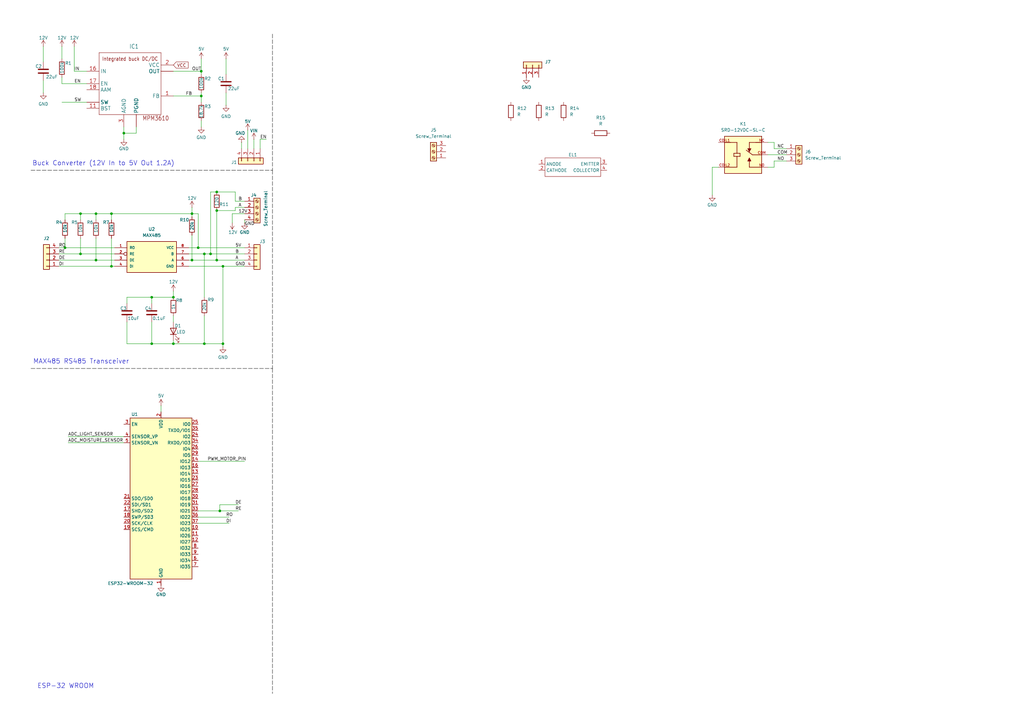
<source format=kicad_sch>
(kicad_sch (version 20250114) (generator "eeschema") (generator_version "9.0")
  (paper "A3")
  (title_block (title "Plant Partner PCB") (date "2025-11-04") (company "Team: Fernando Amado-Pupo, Aspen Boler, Nicholas Cimino, Carter Kreis, Sabrina Luu") (comment 1 "PCB Lead Design: Carter Kreis"))
  (lib_symbols
    (symbol "12V_Relay:EL354(TA)"
      (property "Reference" "EL354" (at -0.254 4.064 0))
      (symbol "EL354(TA)_0_1"
        (rectangle (start -11.43 6.35) (end 11.43 -1.27))
      )
      (symbol "EL354(TA)_1_1"
        (pin passive line (at -13.97 3.81 0) (length 2.54) (name "ANODE") (number "1"))
        (pin passive line (at -13.97 1.27 0) (length 2.54) (name "CATHODE") (number "2"))
        (pin passive line (at 13.97 3.81 180) (length 2.54) (name "EMITTER") (number "3"))
        (pin passive line (at 13.97 1.27 180) (length 2.54) (name "COLLECTOR") (number "4"))
      )
    )
    (symbol "BuckConverterModules:MPM3610"
      (property "Reference" "IC1" (at -12.7 -15.24 0))
      (symbol "MPM3610_1_0"
        (polyline (pts (xy -12.7 12.7) (xy -12.7 -12.7)) (stroke (width 0.1524)))
        (polyline (pts (xy -12.7 -12.7) (xy 12.7 -12.7)) (stroke (width 0.1524)))
        (polyline (pts (xy 12.7 12.7) (xy -12.7 12.7)) (stroke (width 0.1524)))
        (polyline (pts (xy 12.7 -12.7) (xy 12.7 12.7)) (stroke (width 0.1524)))
        (text "Integrated buck DC/DC" (at 0 10.16 0) (effects (font (size 1.524 1.2954))))
        (text "MPM3610" (at 5.08 -15.24 0) (effects (font (size 1.778 1.5113)) (justify left bottom)))
        (pin power_in line (at -17.78 5.08 0) (length 5.08) (name "IN") (number "16"))
        (pin input line (at -17.78 0 0) (length 5.08) (name "EN") (number "17"))
        (pin input line (at -17.78 -2.54 0) (length 5.08) (name "AAM") (number "18"))
        (pin passive line (at -17.78 -7.62 0) (length 5.08) (name "SW") (number "4"))
        (pin passive line (at -17.78 -7.62 0) (length 5.08) (name "SW") (number "5"))
        (pin passive line (at -17.78 -7.62 0) (length 5.08) (name "SW") (number "6"))
        (pin passive line (at -17.78 -10.16 0) (length 5.08) (name "BST") (number "11"))
        (pin power_in line (at -2.54 -17.78 90) (length 5.08) (name "AGND") (number "3"))
        (pin power_in line (at 2.54 -17.78 90) (length 5.08) (name "PGND") (number "12"))
        (pin power_in line (at 2.54 -17.78 90) (length 5.08) (name "PGND") (number "13"))
        (pin power_in line (at 2.54 -17.78 90) (length 5.08) (name "PGND") (number "14"))
        (pin power_in line (at 17.78 7.62 180) (length 5.08) (name "VCC") (number "2"))
        (pin power_in line (at 17.78 5.08 180) (length 5.08) (name "OUT") (number "7"))
        (pin power_in line (at 17.78 5.08 180) (length 5.08) (name "OUT") (number "8"))
        (pin power_in line (at 17.78 5.08 180) (length 5.08) (name "OUT") (number "9"))
        (pin input line (at 17.78 -5.08 180) (length 5.08) (name "FB") (number "1"))
      )
    )
    (symbol "Connector:Screw_Terminal_01x03" (pin_names (offset 1.016) (hide yes))
      (property "Reference" "J" (at 0 5.08 0))
      (property "Value" "Screw_Terminal_01x03" (at 0 -5.08 0))
      (symbol "Screw_Terminal_01x03_1_1"
        (rectangle (start -1.27 3.81) (end 1.27 -3.81) (stroke (width 0.254)) (fill (type background)))
        (polyline (pts (xy -0.5334 2.8702) (xy 0.3302 2.032)) (stroke (width 0.1524)))
        (polyline (pts (xy -0.5334 0.3302) (xy 0.3302 -0.508)) (stroke (width 0.1524)))
        (polyline (pts (xy -0.5334 -2.2098) (xy 0.3302 -3.048)) (stroke (width 0.1524)))
        (polyline (pts (xy -0.3556 3.048) (xy 0.508 2.2098)) (stroke (width 0.1524)))
        (polyline (pts (xy -0.3556 0.508) (xy 0.508 -0.3302)) (stroke (width 0.1524)))
        (polyline (pts (xy -0.3556 -2.032) (xy 0.508 -2.8702)) (stroke (width 0.1524)))
        (circle (center 0 2.54) (radius 0.635) (stroke (width 0.1524)))
        (circle (center 0 0) (radius 0.635) (stroke (width 0.1524)))
        (circle (center 0 -2.54) (radius 0.635) (stroke (width 0.1524)))
        (pin passive line (at -5.08 2.54 0) (length 3.81) (name "Pin_1") (number "1"))
        (pin passive line (at -5.08 0 0) (length 3.81) (name "Pin_2") (number "2"))
        (pin passive line (at -5.08 -2.54 0) (length 3.81) (name "Pin_3") (number "3"))
      )
    )
    (symbol "Connector:Screw_Terminal_01x04" (pin_names (offset 1.016) (hide yes))
      (property "Reference" "J" (at 0 5.08 0))
      (property "Value" "Screw_Terminal_01x04" (at 0 -7.62 0))
      (symbol "Screw_Terminal_01x04_1_1"
        (rectangle (start -1.27 3.81) (end 1.27 -6.35) (stroke (width 0.254)) (fill (type background)))
        (polyline (pts (xy -0.5334 2.8702) (xy 0.3302 2.032)) (stroke (width 0.1524)))
        (polyline (pts (xy -0.5334 0.3302) (xy 0.3302 -0.508)) (stroke (width 0.1524)))
        (polyline (pts (xy -0.5334 -2.2098) (xy 0.3302 -3.048)) (stroke (width 0.1524)))
        (polyline (pts (xy -0.5334 -4.7498) (xy 0.3302 -5.588)) (stroke (width 0.1524)))
        (polyline (pts (xy -0.3556 3.048) (xy 0.508 2.2098)) (stroke (width 0.1524)))
        (polyline (pts (xy -0.3556 0.508) (xy 0.508 -0.3302)) (stroke (width 0.1524)))
        (polyline (pts (xy -0.3556 -2.032) (xy 0.508 -2.8702)) (stroke (width 0.1524)))
        (polyline (pts (xy -0.3556 -4.572) (xy 0.508 -5.4102)) (stroke (width 0.1524)))
        (circle (center 0 2.54) (radius 0.635) (stroke (width 0.1524)))
        (circle (center 0 0) (radius 0.635) (stroke (width 0.1524)))
        (circle (center 0 -2.54) (radius 0.635) (stroke (width 0.1524)))
        (circle (center 0 -5.08) (radius 0.635) (stroke (width 0.1524)))
        (pin passive line (at -5.08 2.54 0) (length 3.81) (name "Pin_1") (number "1"))
        (pin passive line (at -5.08 0 0) (length 3.81) (name "Pin_2") (number "2"))
        (pin passive line (at -5.08 -2.54 0) (length 3.81) (name "Pin_3") (number "3"))
        (pin passive line (at -5.08 -5.08 0) (length 3.81) (name "Pin_4") (number "4"))
      )
    )
    (symbol "Connector_Generic:Conn_01x03" (pin_names (offset 1.016) (hide yes))
      (property "Reference" "J" (at 0 5.08 0))
      (property "Value" "Conn_01x03" (at 0 -5.08 0))
      (symbol "Conn_01x03_1_1"
        (rectangle (start -1.27 3.81) (end 1.27 -3.81) (stroke (width 0.254)) (fill (type background)))
        (rectangle (start -1.27 2.667) (end 0 2.413) (stroke (width 0.1524)))
        (rectangle (start -1.27 0.127) (end 0 -0.127) (stroke (width 0.1524)))
        (rectangle (start -1.27 -2.413) (end 0 -2.667) (stroke (width 0.1524)))
        (pin passive line (at -5.08 2.54 0) (length 3.81) (name "Pin_1") (number "1"))
        (pin passive line (at -5.08 0 0) (length 3.81) (name "Pin_2") (number "2"))
        (pin passive line (at -5.08 -2.54 0) (length 3.81) (name "Pin_3") (number "3"))
      )
    )
    (symbol "Connector_Generic:Conn_01x04" (pin_names (offset 1.016) (hide yes))
      (property "Reference" "J" (at 0 5.08 0))
      (property "Value" "Conn_01x04" (at 0 -7.62 0))
      (symbol "Conn_01x04_1_1"
        (rectangle (start -1.27 3.81) (end 1.27 -6.35) (stroke (width 0.254)) (fill (type background)))
        (rectangle (start -1.27 2.667) (end 0 2.413) (stroke (width 0.1524)))
        (rectangle (start -1.27 0.127) (end 0 -0.127) (stroke (width 0.1524)))
        (rectangle (start -1.27 -2.413) (end 0 -2.667) (stroke (width 0.1524)))
        (rectangle (start -1.27 -4.953) (end 0 -5.207) (stroke (width 0.1524)))
        (pin passive line (at -5.08 2.54 0) (length 3.81) (name "Pin_1") (number "1"))
        (pin passive line (at -5.08 0 0) (length 3.81) (name "Pin_2") (number "2"))
        (pin passive line (at -5.08 -2.54 0) (length 3.81) (name "Pin_3") (number "3"))
        (pin passive line (at -5.08 -5.08 0) (length 3.81) (name "Pin_4") (number "4"))
      )
    )
    (symbol "Device:C" (pin_numbers (hide yes)) (pin_names (offset 0.254))
      (property "Reference" "C" (at 0.635 2.54 0))
      (property "Value" "C" (at 0.635 -2.54 0))
      (symbol "C_0_1"
        (polyline (pts (xy -2.032 0.762) (xy 2.032 0.762)) (stroke (width 0.508)))
        (polyline (pts (xy -2.032 -0.762) (xy 2.032 -0.762)) (stroke (width 0.508)))
      )
      (symbol "C_1_1"
        (pin passive line (at 0 3.81 270) (length 2.794) (name "~") (number "1"))
        (pin passive line (at 0 -3.81 90) (length 2.794) (name "~") (number "2"))
      )
    )
    (symbol "Device:LED" (pin_numbers (hide yes)) (pin_names (offset 1.016) (hide yes))
      (property "Reference" "D" (at 0 2.54 0))
      (property "Value" "LED" (at 0 -2.54 0))
      (symbol "LED_0_1"
        (polyline (pts (xy -3.048 -0.762) (xy -4.572 -2.286) (xy -3.81 -2.286) (xy -4.572 -2.286) (xy -4.572 -1.524)))
        (polyline (pts (xy -1.778 -0.762) (xy -3.302 -2.286) (xy -2.54 -2.286) (xy -3.302 -2.286) (xy -3.302 -1.524)))
        (polyline (pts (xy -1.27 0) (xy 1.27 0)))
        (polyline (pts (xy -1.27 -1.27) (xy -1.27 1.27)) (stroke (width 0.254)))
        (polyline (pts (xy 1.27 -1.27) (xy 1.27 1.27) (xy -1.27 0) (xy 1.27 -1.27)) (stroke (width 0.254)))
      )
      (symbol "LED_1_1"
        (pin passive line (at -3.81 0 0) (length 2.54) (name "K") (number "1"))
        (pin passive line (at 3.81 0 180) (length 2.54) (name "A") (number "2"))
      )
    )
    (symbol "Device:R" (pin_numbers (hide yes)) (pin_names (offset 0))
      (property "Reference" "R" (at 2.032 0 90))
      (property "Value" "R" (at 0 0 90))
      (symbol "R_0_1"
        (rectangle (start -1.016 -2.54) (end 1.016 2.54) (stroke (width 0.254)))
      )
      (symbol "R_1_1"
        (pin passive line (at 0 3.81 270) (length 1.27) (name "~") (number "1"))
        (pin passive line (at 0 -3.81 90) (length 1.27) (name "~") (number "2"))
      )
    )
    (symbol "MAX485:MAX485" (pin_names (offset 1.016))
      (property "Reference" "U" (at -10.1786 7.634 0))
      (property "Value" "MAX485" (at -10.1702 -7.6276 0))
      (symbol "MAX485_0_0"
        (rectangle (start -10.16 7.62) (end 10.16 -5.08) (stroke (width 0.254)) (fill (type background)))
        (pin bidirectional line (at -15.24 5.08 0) (length 5.08) (name "RO") (number "1"))
        (pin bidirectional inverted (at -15.24 2.54 0) (length 5.08) (name "RE") (number "2"))
        (pin bidirectional line (at -15.24 0 0) (length 5.08) (name "DE") (number "3"))
        (pin bidirectional line (at -15.24 -2.54 0) (length 5.08) (name "DI") (number "4"))
        (pin bidirectional line (at 15.24 5.08 180) (length 5.08) (name "VCC") (number "8"))
        (pin bidirectional line (at 15.24 2.54 180) (length 5.08) (name "B") (number "7"))
        (pin bidirectional line (at 15.24 0 180) (length 5.08) (name "A") (number "6"))
        (pin bidirectional line (at 15.24 -2.54 180) (length 5.08) (name "GND") (number "5"))
      )
    )
    (symbol "RF_Module:ESP32-WROOM-32"
      (property "Reference" "U" (at -12.7 34.29 0))
      (property "Value" "ESP32-WROOM-32" (at 1.27 34.29 0))
      (symbol "ESP32-WROOM-32_0_1"
        (rectangle (start -12.7 33.02) (end 12.7 -33.02) (stroke (width 0.254)) (fill (type background)))
      )
      (symbol "ESP32-WROOM-32_1_1"
        (pin input line (at -15.24 30.48 0) (length 2.54) (name "EN") (number "3"))
        (pin input line (at -15.24 25.4 0) (length 2.54) (name "SENSOR_VP") (number "4"))
        (pin input line (at -15.24 22.86 0) (length 2.54) (name "SENSOR_VN") (number "5"))
        (pin bidirectional line (at -15.24 0 0) (length 2.54) (name "SDO/SD0") (number "21"))
        (pin bidirectional line (at -15.24 -2.54 0) (length 2.54) (name "SDI/SD1") (number "22"))
        (pin bidirectional line (at -15.24 -5.08 0) (length 2.54) (name "SHD/SD2") (number "17"))
        (pin bidirectional line (at -15.24 -7.62 0) (length 2.54) (name "SWP/SD3") (number "18"))
        (pin bidirectional line (at -15.24 -10.16 0) (length 2.54) (name "SCK/CLK") (number "20"))
        (pin bidirectional line (at -15.24 -12.7 0) (length 2.54) (name "SCS/CMD") (number "19"))
        (pin no_connect line (at -12.7 -27.94 0) (length 2.54) (hide yes) (name "NC") (number "32"))
        (pin power_in line (at 0 35.56 270) (length 2.54) (name "VDD") (number "2"))
        (pin power_in line (at 0 -35.56 90) (length 2.54) (name "GND") (number "1"))
        (pin passive line (at 0 -35.56 90) (length 2.54) (hide yes) (name "GND") (number "15"))
        (pin passive line (at 0 -35.56 90) (length 2.54) (hide yes) (name "GND") (number "38"))
        (pin passive line (at 0 -35.56 90) (length 2.54) (hide yes) (name "GND") (number "39"))
        (pin bidirectional line (at 15.24 30.48 180) (length 2.54) (name "IO0") (number "25"))
        (pin bidirectional line (at 15.24 27.94 180) (length 2.54) (name "TXD0/IO1") (number "35"))
        (pin bidirectional line (at 15.24 25.4 180) (length 2.54) (name "IO2") (number "24"))
        (pin bidirectional line (at 15.24 22.86 180) (length 2.54) (name "RXD0/IO3") (number "34"))
        (pin bidirectional line (at 15.24 20.32 180) (length 2.54) (name "IO4") (number "26"))
        (pin bidirectional line (at 15.24 17.78 180) (length 2.54) (name "IO5") (number "29"))
        (pin bidirectional line (at 15.24 15.24 180) (length 2.54) (name "IO12") (number "14"))
        (pin bidirectional line (at 15.24 12.7 180) (length 2.54) (name "IO13") (number "16"))
        (pin bidirectional line (at 15.24 10.16 180) (length 2.54) (name "IO14") (number "13"))
        (pin bidirectional line (at 15.24 7.62 180) (length 2.54) (name "IO15") (number "23"))
        (pin bidirectional line (at 15.24 5.08 180) (length 2.54) (name "IO16") (number "27"))
        (pin bidirectional line (at 15.24 2.54 180) (length 2.54) (name "IO17") (number "28"))
        (pin bidirectional line (at 15.24 0 180) (length 2.54) (name "IO18") (number "30"))
        (pin bidirectional line (at 15.24 -2.54 180) (length 2.54) (name "IO19") (number "31"))
        (pin bidirectional line (at 15.24 -5.08 180) (length 2.54) (name "IO21") (number "33"))
        (pin bidirectional line (at 15.24 -7.62 180) (length 2.54) (name "IO22") (number "36"))
        (pin bidirectional line (at 15.24 -10.16 180) (length 2.54) (name "IO23") (number "37"))
        (pin bidirectional line (at 15.24 -12.7 180) (length 2.54) (name "IO25") (number "10"))
        (pin bidirectional line (at 15.24 -15.24 180) (length 2.54) (name "IO26") (number "11"))
        (pin bidirectional line (at 15.24 -17.78 180) (length 2.54) (name "IO27") (number "12"))
        (pin bidirectional line (at 15.24 -20.32 180) (length 2.54) (name "IO32") (number "8"))
        (pin bidirectional line (at 15.24 -22.86 180) (length 2.54) (name "IO33") (number "9"))
        (pin input line (at 15.24 -25.4 180) (length 2.54) (name "IO34") (number "6"))
        (pin input line (at 15.24 -27.94 180) (length 2.54) (name "IO35") (number "7"))
      )
    )
    (symbol "SRD-12VDC-SL-C:SRD-12VDC-SL-C" (pin_names (offset 1.016))
      (property "Reference" "K" (at -7.62 8.89 0))
      (property "Value" "SRD-12VDC-SL-C" (at -7.62 -10.16 0))
      (symbol "SRD-12VDC-SL-C_0_0"
        (polyline (pts (xy -7.62 5.08) (xy -2.54 5.08)) (stroke (width 0.254)))
        (polyline (pts (xy -7.62 -5.08) (xy -2.54 -5.08)) (stroke (width 0.254)))
        (rectangle (start -7.62 -7.62) (end 7.62 7.62) (stroke (width 0.254)) (fill (type background)))
        (polyline (pts (xy -3.81 0.635) (xy -2.54 0.635)) (stroke (width 0.254)))
        (polyline (pts (xy -3.81 -0.635) (xy -3.81 0.635)) (stroke (width 0.254)))
        (polyline (pts (xy -2.54 5.08) (xy -2.54 0.635)) (stroke (width 0.254)))
        (polyline (pts (xy -2.54 0.635) (xy -1.27 0.635)) (stroke (width 0.254)))
        (polyline (pts (xy -2.54 -0.635) (xy -3.81 -0.635)) (stroke (width 0.254)))
        (polyline (pts (xy -2.54 -0.635) (xy -2.54 -5.08)) (stroke (width 0.254)))
        (polyline (pts (xy -1.27 0.635) (xy -1.27 -0.635)) (stroke (width 0.254)))
        (polyline (pts (xy -1.27 -0.635) (xy -2.54 -0.635)) (stroke (width 0.254)))
        (polyline (pts (xy 1.905 -2.54) (xy 3.175 -2.54) (xy 2.54 -1.27) (xy 1.905 -2.54)) (stroke (width 0.254)) (fill (type outline)))
        (polyline (pts (xy 2.54 5.08) (xy 2.54 2.54)) (stroke (width 0.254)))
        (polyline (pts (xy 2.54 5.08) (xy 7.62 5.08)) (stroke (width 0.254)))
        (polyline (pts (xy 2.54 -5.08) (xy 2.54 -2.54)) (stroke (width 0.254)))
        (polyline (pts (xy 3.175 2.54) (xy 1.905 2.54) (xy 2.54 1.27) (xy 3.175 2.54)) (stroke (width 0.254)) (fill (type outline)))
        (polyline (pts (xy 3.81 0) (xy 1.27 1.905)) (stroke (width 0.254)))
        (polyline (pts (xy 7.62 0) (xy 3.81 0)) (stroke (width 0.254)))
        (polyline (pts (xy 7.62 -5.08) (xy 2.54 -5.08)) (stroke (width 0.254)))
        (pin passive line (at -10.16 5.08 0) (length 5.08) (name "~") (number "COIL1"))
        (pin passive line (at -10.16 -5.08 0) (length 5.08) (name "~") (number "COIL2"))
        (pin passive line (at 10.16 5.08 180) (length 5.08) (name "~") (number "NC"))
        (pin passive line (at 10.16 0 180) (length 5.08) (name "~") (number "COM"))
        (pin passive line (at 10.16 -5.08 180) (length 5.08) (name "~") (number "NO"))
      )
    )
    (symbol "power:GND" (power) (pin_numbers (hide yes)) (pin_names (offset 0) (hide yes))
      (property "Value" "GND" (at 0 -3.81 0))
      (symbol "GND_0_1"
        (polyline (pts (xy 0 0) (xy 0 -1.27) (xy 1.27 -1.27) (xy 0 -2.54) (xy -1.27 -1.27) (xy 0 -1.27)))
      )
      (symbol "GND_1_1"
        (pin power_in line (at 0 0 270) (length 0) (name "~") (number "1"))
      )
    )
    (symbol "power:VCC" (power) (pin_numbers (hide yes)) (pin_names (offset 0) (hide yes))
      (property "Value" "VCC" (at 0 3.556 0))
      (symbol "VCC_0_1"
        (polyline (pts (xy -0.762 1.27) (xy 0 2.54)))
        (polyline (pts (xy 0 2.54) (xy 0.762 1.27)))
        (polyline (pts (xy 0 0) (xy 0 2.54)))
      )
      (symbol "VCC_1_1"
        (pin power_in line (at 0 0 90) (length 0) (name "~") (number "1"))
      )
    )
  )
  (text "Buck Converter (12V In to 5V Out 1.2A)" (at 42.418 67.056 0) (effects (font (size 1.905 1.905))))
  (text "ESP-32 WROOM \n" (at 27.686 281.432 0) (effects (font (size 1.905 1.905))))
  (text "MAX485 RS485 Transceiver\n" (at 33.274 148.336 0) (effects (font (size 1.905 1.905))))
  (junction (at 62.23 121.92))
  (junction (at 81.28 101.6))
  (junction (at 82.55 29.21))
  (junction (at 71.12 140.97))
  (junction (at 33.02 104.14))
  (junction (at 71.12 121.92))
  (junction (at 82.55 39.37))
  (junction (at 78.74 106.68))
  (junction (at 39.37 106.68))
  (junction (at 26.67 101.6))
  (junction (at 45.72 87.63))
  (junction (at 88.9 78.74))
  (junction (at 45.72 109.22))
  (junction (at 90.17 209.55))
  (junction (at 88.9 86.36))
  (junction (at 91.44 109.22))
  (junction (at 62.23 140.97))
  (junction (at 78.74 87.63))
  (junction (at 83.82 140.97))
  (junction (at 86.36 104.14))
  (junction (at 83.82 104.14))
  (junction (at 50.8 54.61))
  (junction (at 91.44 140.97))
  (junction (at 39.37 87.63))
  (junction (at 88.9 106.68))
  (junction (at 33.02 87.63))
  (wire (pts (xy 314.96 68.58) (xy 317.5 68.58)))
  (wire (pts (xy 71.12 139.7) (xy 71.12 140.97)))
  (wire (pts (xy 82.55 49.53) (xy 82.55 52.07)))
  (wire (pts (xy 81.28 101.6) (xy 100.33 101.6)))
  (wire (pts (xy 35.56 29.21) (xy 30.48 29.21)))
  (wire (pts (xy 62.23 140.97) (xy 71.12 140.97)))
  (wire (pts (xy 91.44 109.22) (xy 91.44 140.97)))
  (wire (pts (xy 33.02 87.63) (xy 39.37 87.63)))
  (wire (pts (xy 45.72 87.63) (xy 78.74 87.63)))
  (wire (pts (xy 91.44 140.97) (xy 83.82 140.97)))
  (wire (pts (xy 24.13 104.14) (xy 33.02 104.14)))
  (wire (pts (xy 81.28 214.63) (xy 93.98 214.63)))
  (wire (pts (xy 33.02 97.79) (xy 33.02 104.14)))
  (wire (pts (xy 26.67 90.17) (xy 26.67 87.63)))
  (wire (pts (xy 27.94 181.61) (xy 50.8 181.61)))
  (wire (pts (xy 24.13 109.22) (xy 45.72 109.22)))
  (wire (pts (xy 50.8 54.61) (xy 50.8 57.15)))
  (wire (pts (xy 78.74 96.52) (xy 78.74 106.68)))
  (wire (pts (xy 91.44 140.97) (xy 91.44 142.24)))
  (wire (pts (xy 66.04 166.37) (xy 66.04 168.91)))
  (wire (pts (xy 294.64 68.58) (xy 292.1 68.58)))
  (wire (pts (xy 26.67 101.6) (xy 46.99 101.6)))
  (polyline (pts (xy 12.7 151.13) (xy 111.76 151.13)) (stroke (width 0) (type dash) (color 0 0 0 1)))
  (wire (pts (xy 317.5 58.42) (xy 314.96 58.42)))
  (wire (pts (xy 86.36 78.74) (xy 86.36 104.14)))
  (wire (pts (xy 39.37 97.79) (xy 39.37 106.68)))
  (wire (pts (xy 90.17 209.55) (xy 90.17 207.01)))
  (wire (pts (xy 25.4 31.75) (xy 25.4 34.29)))
  (wire (pts (xy 30.48 19.05) (xy 30.48 29.21)))
  (wire (pts (xy 82.55 29.21) (xy 82.55 30.48)))
  (wire (pts (xy 96.52 85.09) (xy 96.52 86.36)))
  (wire (pts (xy 55.88 52.07) (xy 55.88 54.61)))
  (wire (pts (xy 292.1 68.58) (xy 292.1 80.01)))
  (wire (pts (xy 91.44 109.22) (xy 100.33 109.22)))
  (polyline (pts (xy 12.7 69.85) (xy 111.76 69.85)) (stroke (width 0) (type dash) (color 0 0 0 1)))
  (wire (pts (xy 86.36 104.14) (xy 100.33 104.14)))
  (wire (pts (xy 77.47 106.68) (xy 78.74 106.68)))
  (wire (pts (xy 52.07 140.97) (xy 62.23 140.97)))
  (wire (pts (xy 317.5 60.96) (xy 317.5 58.42)))
  (wire (pts (xy 45.72 97.79) (xy 45.72 109.22)))
  (wire (pts (xy 92.71 24.13) (xy 92.71 30.48)))
  (wire (pts (xy 81.28 209.55) (xy 90.17 209.55)))
  (wire (pts (xy 26.67 97.79) (xy 26.67 101.6)))
  (wire (pts (xy 83.82 104.14) (xy 86.36 104.14)))
  (wire (pts (xy 17.78 19.05) (xy 17.78 25.4)))
  (wire (pts (xy 62.23 140.97) (xy 62.23 132.08)))
  (wire (pts (xy 52.07 124.46) (xy 52.07 121.92)))
  (wire (pts (xy 71.12 29.21) (xy 82.55 29.21)))
  (wire (pts (xy 71.12 119.38) (xy 71.12 121.92)))
  (wire (pts (xy 39.37 87.63) (xy 39.37 90.17)))
  (polyline (pts (xy 111.76 151.13) (xy 111.76 284.48)) (stroke (width 0) (type dash) (color 0 0 0 1)))
  (wire (pts (xy 71.12 39.37) (xy 82.55 39.37)))
  (wire (pts (xy 78.74 85.09) (xy 78.74 87.63)))
  (wire (pts (xy 77.47 101.6) (xy 81.28 101.6)))
  (wire (pts (xy 81.28 212.09) (xy 93.98 212.09)))
  (wire (pts (xy 26.67 87.63) (xy 33.02 87.63)))
  (wire (pts (xy 24.13 101.6) (xy 26.67 101.6)))
  (wire (pts (xy 104.14 57.15) (xy 104.14 60.96)))
  (wire (pts (xy 71.12 140.97) (xy 83.82 140.97)))
  (wire (pts (xy 90.17 207.01) (xy 97.79 207.01)))
  (wire (pts (xy 88.9 86.36) (xy 88.9 106.68)))
  (polyline (pts (xy 111.76 69.85) (xy 111.76 151.13)) (stroke (width 0) (type dash) (color 0 0 0 1)))
  (wire (pts (xy 52.07 121.92) (xy 62.23 121.92)))
  (wire (pts (xy 106.68 60.96) (xy 106.68 57.15)))
  (wire (pts (xy 82.55 24.13) (xy 82.55 29.21)))
  (wire (pts (xy 96.52 78.74) (xy 96.52 82.55)))
  (wire (pts (xy 106.68 57.15) (xy 109.22 57.15)))
  (wire (pts (xy 24.13 106.68) (xy 39.37 106.68)))
  (wire (pts (xy 62.23 121.92) (xy 71.12 121.92)))
  (wire (pts (xy 100.33 87.63) (xy 95.25 87.63)))
  (wire (pts (xy 88.9 78.74) (xy 96.52 78.74)))
  (wire (pts (xy 83.82 104.14) (xy 83.82 121.92)))
  (wire (pts (xy 88.9 78.74) (xy 86.36 78.74)))
  (wire (pts (xy 322.58 60.96) (xy 317.5 60.96)))
  (wire (pts (xy 78.74 87.63) (xy 78.74 88.9)))
  (wire (pts (xy 33.02 87.63) (xy 33.02 90.17)))
  (wire (pts (xy 100.33 85.09) (xy 96.52 85.09)))
  (wire (pts (xy 92.71 38.1) (xy 92.71 43.18)))
  (wire (pts (xy 45.72 87.63) (xy 45.72 90.17)))
  (wire (pts (xy 95.25 87.63) (xy 95.25 91.44)))
  (wire (pts (xy 78.74 87.63) (xy 81.28 87.63)))
  (wire (pts (xy 33.02 104.14) (xy 46.99 104.14)))
  (wire (pts (xy 90.17 209.55) (xy 97.79 209.55)))
  (wire (pts (xy 81.28 87.63) (xy 81.28 101.6)))
  (wire (pts (xy 96.52 82.55) (xy 100.33 82.55)))
  (wire (pts (xy 83.82 129.54) (xy 83.82 140.97)))
  (wire (pts (xy 100.33 90.17) (xy 100.33 91.44)))
  (wire (pts (xy 322.58 66.04) (xy 317.5 66.04)))
  (wire (pts (xy 101.6 53.34) (xy 101.6 60.96)))
  (wire (pts (xy 62.23 121.92) (xy 62.23 124.46)))
  (wire (pts (xy 78.74 106.68) (xy 88.9 106.68)))
  (wire (pts (xy 17.78 33.02) (xy 17.78 38.1)))
  (wire (pts (xy 77.47 104.14) (xy 83.82 104.14)))
  (polyline (pts (xy 111.76 13.97) (xy 111.76 69.85)) (stroke (width 0) (type dash) (color 0 0 0 1)))
  (wire (pts (xy 96.52 86.36) (xy 88.9 86.36)))
  (wire (pts (xy 99.06 58.42) (xy 99.06 60.96)))
  (wire (pts (xy 27.94 179.07) (xy 50.8 179.07)))
  (wire (pts (xy 39.37 87.63) (xy 45.72 87.63)))
  (wire (pts (xy 35.56 34.29) (xy 25.4 34.29)))
  (wire (pts (xy 55.88 54.61) (xy 50.8 54.61)))
  (wire (pts (xy 81.28 189.23) (xy 100.33 189.23)))
  (wire (pts (xy 71.12 129.54) (xy 71.12 132.08)))
  (wire (pts (xy 77.47 109.22) (xy 91.44 109.22)))
  (wire (pts (xy 45.72 109.22) (xy 46.99 109.22)))
  (wire (pts (xy 317.5 66.04) (xy 317.5 68.58)))
  (wire (pts (xy 25.4 41.91) (xy 35.56 41.91)))
  (wire (pts (xy 50.8 52.07) (xy 50.8 54.61)))
  (wire (pts (xy 82.55 39.37) (xy 82.55 41.91)))
  (wire (pts (xy 82.55 38.1) (xy 82.55 39.37)))
  (wire (pts (xy 39.37 106.68) (xy 46.99 106.68)))
  (wire (pts (xy 314.96 63.5) (xy 322.58 63.5)))
  (wire (pts (xy 25.4 19.05) (xy 25.4 24.13)))
  (wire (pts (xy 52.07 132.08) (xy 52.07 140.97)))
  (wire (pts (xy 88.9 106.68) (xy 100.33 106.68)))
  (label "DI" (at 92.71 214.63 0))
  (label "RO" (at 24.13 101.6 0))
  (label "A" (at 97.79 85.09 0))
  (label "RO" (at 92.71 212.09 0))
  (label "OUT" (at 78.74 29.21 0))
  (label "NC" (at 318.77 60.96 0))
  (label "PWM_MOTOR_PIN" (at 85.09 189.23 0))
  (label "DE" (at 24.13 106.68 0))
  (label "RE" (at 24.13 104.14 0))
  (label "GND" (at 100.33 92.71 0))
  (label "RE" (at 96.52 209.55 0))
  (label "B" (at 96.52 104.14 0))
  (label "A" (at 96.52 106.68 0))
  (label "NO" (at 318.77 66.04 0))
  (label "FB" (at 76.2 39.37 0))
  (label "DE" (at 96.52 207.01 0))
  (label "COM" (at 318.77 63.5 0))
  (label "ADC_MOISTURE_SENSOR" (at 27.94 181.61 0))
  (label "5V" (at 96.52 101.6 0))
  (label "EN" (at 106.68 57.15 0))
  (label "B" (at 97.79 82.55 0))
  (label "SW" (at 30.48 41.91 0))
  (label "GND" (at 96.52 109.22 0))
  (label "ADC_LIGHT_SENSOR" (at 27.94 179.07 0))
  (label "EN" (at 30.48 34.29 0))
  (label "IN" (at 30.48 29.21 0))
  (label "12V" (at 97.79 87.63 0))
  (label "DI" (at 24.13 109.22 0))
  (global_label "VCC" (shape input) (at 71.12 26.67 0) (property "Intersheetrefs" "${INTERSHEET_REFS}" (effects (hide yes))))
  (symbol (lib_id "power:VCC") (at 30.48 19.05 0) (unit 1)
    (property "Reference" "#PWR02" (effects (hide yes)))
    (property "Value" "12V" (at 30.48 15.494 0))
    (property "Description" "Power symbol creates a global label with name \"VCC\"" (effects (hide yes)))
  )
  (symbol (lib_id "BuckConverterModules:MPM3610") (at 53.34 34.29 0) (unit 1)
    (property "Reference" "IC1" (at 54.9856 19.05 0) (effects (font (size 1.778 1.5113))))
    (property "Value" "MPM3610" (effects (hide yes)))
    (property "Footprint" "MyCustomFootprints:CONV_MPM3610GQV-P" (effects (hide yes)))
  )
  (symbol (lib_id "Connector:Screw_Terminal_01x03") (at 177.8 62.23 180) (unit 1)
    (property "Reference" "J5" (at 177.8 53.34 0))
    (property "Value" "Screw_Terminal" (at 177.8 55.88 0))
    (property "Footprint" "TerminalBlock_Phoenix:TerminalBlock_Phoenix_MKDS-1,5-3-5.08_1x03_P5.08mm_Horizontal" (effects (hide yes)))
    (property "Description" "Generic screw terminal, single row, 01x03, script generated (kicad-library-utils/schlib/autogen/connector/)" (effects (hide yes)))
  )
  (symbol (lib_id "MAX485:MAX485") (at 62.23 106.68 0) (unit 1)
    (property "Reference" "U2" (at 62.23 93.98 0))
    (property "Value" "MAX485" (at 62.23 96.52 0))
    (property "Footprint" "MyCustomFootprints:SO08" (effects (hide yes)))
    (property "MF" "Analog Devices" (effects (hide yes)))
    (property "Description_1" "1/1 Transceiver Half RS422, RS485 8-uMAX-EP|8-uSOP-EP" (effects (hide yes)))
    (property "Package" "None" (effects (hide yes)))
    (property "Price" "None" (effects (hide yes)))
    (property "SnapEDA_Link" "https://www.snapeda.com/parts/MAX485/Analog+Devices/view-part/?ref=snap" (effects (hide yes)))
    (property "MP" "MAX485" (effects (hide yes)))
    (property "Availability" "In Stock" (effects (hide yes)))
    (property "Check_prices" "https://www.snapeda.com/parts/MAX485/Analog+Devices/view-part/?ref=eda" (effects (hide yes)))
  )
  (symbol (lib_id "Device:R") (at 82.55 45.72 0) (unit 1)
    (property "Reference" "R3" (at 83.82 43.688 0) (effects (justify left)))
    (property "Value" "18.7k" (at 82.55 48.514 90) (effects (justify left)))
    (property "Footprint" "Resistor_SMD:R_0201_0603Metric" (effects (hide yes)))
    (property "Description" "Resistor" (effects (hide yes)))
  )
  (symbol (lib_id "power:VCC") (at 95.25 91.44 180) (unit 1)
    (property "Reference" "#PWR017" (effects (hide yes)))
    (property "Value" "12V" (at 95.504 95.25 0))
    (property "Description" "Power symbol creates a global label with name \"VCC\"" (effects (hide yes)))
  )
  (symbol (lib_id "Device:R") (at 209.55 45.72 0) (unit 1)
    (property "Reference" "R12" (at 212.09 44.4499 0) (effects (justify left)))
    (property "Value" "R" (at 212.09 46.9899 0) (effects (justify left)))
    (property "Footprint" "Resistor_SMD:R_0201_0603Metric" (effects (hide yes)))
    (property "Description" "Resistor" (effects (hide yes)))
  )
  (symbol (lib_id "Device:LED") (at 71.12 135.89 90) (unit 1)
    (property "Reference" "D1" (at 71.628 133.604 90) (effects (justify right)))
    (property "Value" "LED" (at 72.39 136.144 90) (effects (justify right)))
    (property "Footprint" "LED_SMD:LED_0201_0603Metric" (effects (hide yes)))
    (property "Description" "Light emitting diode" (effects (hide yes)))
    (property "Sim.Pins" "1=K 2=A" (effects (hide yes)))
  )
  (symbol (lib_id "RF_Module:ESP32-WROOM-32") (at 66.04 204.47 0) (unit 1)
    (property "Reference" "U1" (at 53.848 169.926 0) (effects (justify left)))
    (property "Value" "ESP32-WROOM-32" (at 44.196 239.268 0) (effects (justify left)))
    (property "Footprint" "RF_Module:ESP32-WROOM-32" (effects (hide yes)))
    (property "Datasheet" "https://www.espressif.com/sites/default/files/documentation/esp32-wroom-32_datasheet_en.pdf" (effects (hide yes)))
    (property "Description" "RF Module, ESP32-D0WDQ6 SoC, Wi-Fi 802.11b/g/n, Bluetooth, BLE, 32-bit, 2.7-3.6V, onboard antenna, SMD" (effects (hide yes)))
  )
  (symbol (lib_id "power:GND") (at 66.04 240.03 0) (unit 1)
    (property "Reference" "#PWR014" (effects (hide yes)))
    (property "Value" "GND" (at 66.04 243.84 0))
    (property "Description" "Power symbol creates a global label with name \"GND\" , ground" (effects (hide yes)))
  )
  (symbol (lib_id "Device:R") (at 88.9 82.55 0) (unit 1)
    (property "Reference" "R11" (at 89.916 83.82 0) (effects (justify left)))
    (property "Value" "120" (at 88.9 84.582 90) (effects (justify left)))
    (property "Footprint" "Resistor_SMD:R_0201_0603Metric" (effects (hide yes)))
    (property "Description" "Resistor" (effects (hide yes)))
  )
  (symbol (lib_id "power:GND") (at 100.33 91.44 0) (unit 1)
    (property "Reference" "#PWR016" (effects (hide yes)))
    (property "Value" "GND" (at 100.33 95.25 0))
    (property "Description" "Power symbol creates a global label with name \"GND\" , ground" (effects (hide yes)))
  )
  (symbol (lib_id "SRD-12VDC-SL-C:SRD-12VDC-SL-C") (at 304.8 63.5 0) (unit 1)
    (property "Reference" "K1" (at 304.8 50.8 0))
    (property "Value" "SRD-12VDC-SL-C" (at 304.8 53.34 0))
    (property "Footprint" "SRD-12VDC-SL-C:RELAY_SRD-12VDC-SL-C" (effects (hide yes)))
    (property "MF" "Songle Relay" (effects (hide yes)))
    (property "MAXIMUM_PACKAGE_HEIGHT" "15.8 mm" (effects (hide yes)))
    (property "Package" "NON STANDARD-5 Songle Relay" (effects (hide yes)))
    (property "Price" "None" (effects (hide yes)))
    (property "Check_prices" "https://www.snapeda.com/parts/SRD-12VDC-SL-C/Songle+Relay/view-part/?ref=eda" (effects (hide yes)))
    (property "STANDARD" "IPC 7351B" (effects (hide yes)))
    (property "PARTREV" "1.0" (effects (hide yes)))
    (property "SnapEDA_Link" "https://www.snapeda.com/parts/SRD-12VDC-SL-C/Songle+Relay/view-part/?ref=snap" (effects (hide yes)))
    (property "MP" "SRD-12VDC-SL-C" (effects (hide yes)))
    (property "Description_1" "General Purpose Non Latching 12VDC SPDT Through Hole Relays RoHS" (effects (hide yes)))
    (property "Availability" "In Stock" (effects (hide yes)))
    (property "MANUFACTURER" "Songle Relay" (effects (hide yes)))
  )
  (symbol (lib_id "Device:R") (at 33.02 93.98 0) (unit 1)
    (property "Reference" "R5" (at 29.21 91.186 0) (effects (justify left)))
    (property "Value" "10k" (at 33.02 95.504 90) (effects (justify left)))
    (property "Footprint" "Resistor_SMD:R_0201_0603Metric" (effects (hide yes)))
    (property "Description" "Resistor" (effects (hide yes)))
  )
  (symbol (lib_id "Device:R") (at 45.72 93.98 0) (unit 1)
    (property "Reference" "R7" (at 42.164 91.186 0) (effects (justify left)))
    (property "Value" "10k" (at 45.72 95.504 90) (effects (justify left)))
    (property "Footprint" "Resistor_SMD:R_0201_0603Metric" (effects (hide yes)))
    (property "Description" "Resistor" (effects (hide yes)))
  )
  (symbol (lib_id "Device:R") (at 246.38 54.61 90) (unit 1)
    (property "Reference" "R15" (at 246.38 48.26 90))
    (property "Value" "R" (at 246.38 50.8 90))
    (property "Footprint" "Resistor_SMD:R_0201_0603Metric" (effects (hide yes)))
    (property "Description" "Resistor" (effects (hide yes)))
  )
  (symbol (lib_id "power:GND") (at 82.55 52.07 0) (unit 1)
    (property "Reference" "#PWR05" (effects (hide yes)))
    (property "Value" "GND" (at 82.55 56.388 0))
    (property "Description" "Power symbol creates a global label with name \"GND\" , ground" (effects (hide yes)))
  )
  (symbol (lib_id "power:VCC") (at 17.78 19.05 0) (unit 1)
    (property "Reference" "#PWR07" (effects (hide yes)))
    (property "Value" "12V" (at 17.78 15.494 0))
    (property "Description" "Power symbol creates a global label with name \"VCC\"" (effects (hide yes)))
  )
  (symbol (lib_id "Device:R") (at 78.74 92.71 0) (unit 1)
    (property "Reference" "R10" (at 73.66 90.17 0) (effects (justify left)))
    (property "Value" "20k" (at 78.74 94.488 90) (effects (justify left)))
    (property "Footprint" "Resistor_SMD:R_0201_0603Metric" (effects (hide yes)))
    (property "Description" "Resistor" (effects (hide yes)))
  )
  (symbol (lib_id "Connector:Screw_Terminal_01x04") (at 105.41 85.09 0) (unit 1)
    (property "Reference" "J4" (at 102.87 80.01 0) (effects (justify left)))
    (property "Value" "Screw_Terminal" (at 108.966 92.964 90) (effects (justify left)))
    (property "Footprint" "TerminalBlock_Phoenix:TerminalBlock_Phoenix_MKDS-1,5-4-5.08_1x04_P5.08mm_Horizontal" (effects (hide yes)))
    (property "Description" "Generic screw terminal, single row, 01x04, script generated (kicad-library-utils/schlib/autogen/connector/)" (effects (hide yes)))
  )
  (symbol (lib_id "Connector_Generic:Conn_01x04") (at 104.14 66.04 270) (unit 1)
    (property "Reference" "J1" (at 96.012 66.548 90))
    (property "Value" "Conn_01x04" (effects (hide yes)))
    (property "Footprint" "Connector_PinHeader_2.54mm:PinHeader_1x04_P2.54mm_Vertical" (effects (hide yes)))
    (property "Description" "Generic connector, single row, 01x04, script generated (kicad-library-utils/schlib/autogen/connector/)" (effects (hide yes)))
  )
  (symbol (lib_id "Connector_Generic:Conn_01x03") (at 218.44 26.67 90) (unit 1)
    (property "Reference" "J7" (at 223.52 25.3999 90) (effects (justify right)))
    (property "Value" "Conn_01x03" (effects (hide yes)))
    (property "Description" "Generic connector, single row, 01x03, script generated (kicad-library-utils/schlib/autogen/connector/)" (effects (hide yes)))
  )
  (symbol (lib_id "Connector_Generic:Conn_01x04") (at 105.41 104.14 0) (unit 1)
    (property "Reference" "J3" (at 106.426 99.06 0) (effects (justify left)))
    (property "Value" "Conn_01x04" (effects (hide yes)))
    (property "Footprint" "Connector_PinHeader_2.54mm:PinHeader_1x04_P2.54mm_Vertical" (effects (hide yes)))
    (property "Description" "Generic connector, single row, 01x04, script generated (kicad-library-utils/schlib/autogen/connector/)" (effects (hide yes)))
  )
  (symbol (lib_id "Device:C") (at 52.07 128.27 0) (unit 1)
    (property "Reference" "C3" (at 49.276 126.492 0) (effects (justify left)))
    (property "Value" "10uF" (at 52.324 130.556 0) (effects (justify left)))
    (property "Footprint" "Capacitor_SMD:C_0201_0603Metric" (effects (hide yes)))
    (property "Description" "Unpolarized capacitor" (effects (hide yes)))
  )
  (symbol (lib_id "power:VCC") (at 78.74 85.09 0) (unit 1)
    (property "Reference" "#PWR018" (effects (hide yes)))
    (property "Value" "12V" (at 78.74 81.28 0))
    (property "Description" "Power symbol creates a global label with name \"VCC\"" (effects (hide yes)))
  )
  (symbol (lib_id "power:GND") (at 50.8 57.15 0) (unit 1)
    (property "Reference" "#PWR04" (effects (hide yes)))
    (property "Value" "GND" (at 50.8 60.96 0))
    (property "Description" "Power symbol creates a global label with name \"GND\" , ground" (effects (hide yes)))
  )
  (symbol (lib_id "power:VCC") (at 101.6 53.34 0) (unit 1)
    (property "Reference" "#PWR011" (effects (hide yes)))
    (property "Value" "5V" (at 101.6 49.784 0))
    (property "Description" "Power symbol creates a global label with name \"VCC\"" (effects (hide yes)))
  )
  (symbol (lib_id "power:VCC") (at 66.04 166.37 0) (unit 1)
    (property "Reference" "#PWR015" (effects (hide yes)))
    (property "Value" "5V" (at 66.04 162.306 0))
    (property "Description" "Power symbol creates a global label with name \"VCC\"" (effects (hide yes)))
  )
  (symbol (lib_id "Device:R") (at 25.4 27.94 0) (unit 1)
    (property "Reference" "R1" (at 26.67 25.908 0) (effects (justify left)))
    (property "Value" "100k" (at 25.4 30.226 90) (effects (justify left)))
    (property "Footprint" "Resistor_SMD:R_0201_0603Metric" (effects (hide yes)))
    (property "Description" "Resistor" (effects (hide yes)))
  )
  (symbol (lib_id "power:GND") (at 292.1 80.01 0) (unit 1)
    (property "Reference" "#PWR020" (effects (hide yes)))
    (property "Value" "GND" (at 292.1 84.074 0))
    (property "Description" "Power symbol creates a global label with name \"GND\" , ground" (effects (hide yes)))
  )
  (symbol (lib_id "Device:R") (at 82.55 34.29 0) (unit 1)
    (property "Reference" "R2" (at 83.82 32.258 0) (effects (justify left)))
    (property "Value" "100k" (at 82.55 36.576 90) (effects (justify left)))
    (property "Footprint" "Resistor_SMD:R_0201_0603Metric" (effects (hide yes)))
    (property "Description" "Resistor" (effects (hide yes)))
  )
  (symbol (lib_id "power:VCC") (at 104.14 57.15 0) (unit 1)
    (property "Reference" "#PWR012" (effects (hide yes)))
    (property "Value" "VIN" (at 104.14 53.594 0))
    (property "Description" "Power symbol creates a global label with name \"VCC\"" (effects (hide yes)))
  )
  (symbol (lib_id "Device:C") (at 92.71 34.29 0) (unit 1)
    (property "Reference" "C1" (at 89.408 32.258 0) (effects (justify left)))
    (property "Value" "22uF" (at 93.472 36.322 0) (effects (justify left)))
    (property "Footprint" "Capacitor_SMD:C_0201_0603Metric" (effects (hide yes)))
    (property "Description" "Unpolarized capacitor" (effects (hide yes)))
  )
  (symbol (lib_id "12V_Relay:EL354(TA)") (at 234.95 71.12 0) (unit 1)
    (property "Reference" "EL1" (at 234.95 63.5 0))
    (property "Footprint" "MyCustomFootprints:OPTO_EL357N-G" (effects (hide yes)))
  )
  (symbol (lib_id "power:VCC") (at 82.55 24.13 0) (unit 1)
    (property "Reference" "#PWR06" (effects (hide yes)))
    (property "Value" "5V" (at 82.55 20.066 0))
    (property "Description" "Power symbol creates a global label with name \"VCC\"" (effects (hide yes)))
  )
  (symbol (lib_id "Device:R") (at 71.12 125.73 0) (unit 1)
    (property "Reference" "R8" (at 72.136 123.19 0) (effects (justify left)))
    (property "Value" "1k" (at 71.12 127 90) (effects (justify left)))
    (property "Footprint" "Resistor_SMD:R_0201_0603Metric" (effects (hide yes)))
    (property "Description" "Resistor" (effects (hide yes)))
  )
  (symbol (lib_id "Device:C") (at 17.78 29.21 0) (unit 1)
    (property "Reference" "C2" (at 14.478 27.178 0) (effects (justify left)))
    (property "Value" "22uF" (at 18.796 31.496 0) (effects (justify left)))
    (property "Footprint" "Capacitor_SMD:C_0201_0603Metric" (effects (hide yes)))
    (property "Description" "Unpolarized capacitor" (effects (hide yes)))
  )
  (symbol (lib_id "power:VCC") (at 92.71 24.13 0) (unit 1)
    (property "Reference" "#PWR03" (effects (hide yes)))
    (property "Value" "5V" (at 92.71 20.066 0))
    (property "Description" "Power symbol creates a global label with name \"VCC\"" (effects (hide yes)))
  )
  (symbol (lib_id "Device:R") (at 83.82 125.73 0) (unit 1)
    (property "Reference" "R9" (at 85.09 122.936 0) (effects (justify left)))
    (property "Value" "20k" (at 83.82 127.508 90) (effects (justify left)))
    (property "Footprint" "Resistor_SMD:R_0201_0603Metric" (effects (hide yes)))
    (property "Description" "Resistor" (effects (hide yes)))
  )
  (symbol (lib_id "Device:R") (at 26.67 93.98 0) (unit 1)
    (property "Reference" "R4" (at 22.86 91.186 0) (effects (justify left)))
    (property "Value" "10k" (at 26.67 95.504 90) (effects (justify left)))
    (property "Footprint" "Resistor_SMD:R_0201_0603Metric" (effects (hide yes)))
    (property "Description" "Resistor" (effects (hide yes)))
  )
  (symbol (lib_id "Device:R") (at 220.98 45.72 0) (unit 1)
    (property "Reference" "R13" (at 223.52 44.4499 0) (effects (justify left)))
    (property "Value" "R" (at 223.52 46.9899 0) (effects (justify left)))
    (property "Footprint" "Resistor_SMD:R_0201_0603Metric" (effects (hide yes)))
    (property "Description" "Resistor" (effects (hide yes)))
  )
  (symbol (lib_id "power:GND") (at 91.44 142.24 0) (unit 1)
    (property "Reference" "#PWR019" (effects (hide yes)))
    (property "Value" "GND" (at 91.44 146.558 0))
    (property "Description" "Power symbol creates a global label with name \"GND\" , ground" (effects (hide yes)))
  )
  (symbol (lib_id "power:VCC") (at 71.12 119.38 0) (unit 1)
    (property "Reference" "#PWR013" (effects (hide yes)))
    (property "Value" "12V" (at 71.12 115.57 0))
    (property "Description" "Power symbol creates a global label with name \"VCC\"" (effects (hide yes)))
  )
  (symbol (lib_id "Device:C") (at 62.23 128.27 0) (unit 1)
    (property "Reference" "C4" (at 59.436 126.492 0) (effects (justify left)))
    (property "Value" "0.1uF" (at 62.484 130.556 0) (effects (justify left)))
    (property "Footprint" "Capacitor_SMD:C_0201_0603Metric" (effects (hide yes)))
    (property "Description" "Unpolarized capacitor" (effects (hide yes)))
  )
  (symbol (lib_id "Device:R") (at 231.14 45.72 0) (unit 1)
    (property "Reference" "R14" (at 233.68 44.4499 0) (effects (justify left)))
    (property "Value" "R" (at 233.68 46.9899 0) (effects (justify left)))
    (property "Footprint" "Resistor_SMD:R_0201_0603Metric" (effects (hide yes)))
    (property "Description" "Resistor" (effects (hide yes)))
  )
  (symbol (lib_id "power:GND") (at 17.78 38.1 0) (unit 1)
    (property "Reference" "#PWR09" (effects (hide yes)))
    (property "Value" "GND" (at 17.78 42.672 0))
    (property "Description" "Power symbol creates a global label with name \"GND\" , ground" (effects (hide yes)))
  )
  (symbol (lib_id "Connector_Generic:Conn_01x04") (at 19.05 106.68 180) (unit 1)
    (property "Reference" "J2" (at 19.05 97.79 0))
    (property "Value" "Conn_01x04" (effects (hide yes)))
    (property "Footprint" "Connector_PinHeader_2.54mm:PinHeader_1x04_P2.54mm_Vertical" (effects (hide yes)))
    (property "Description" "Generic connector, single row, 01x04, script generated (kicad-library-utils/schlib/autogen/connector/)" (effects (hide yes)))
  )
  (symbol (lib_id "Device:R") (at 39.37 93.98 0) (unit 1)
    (property "Reference" "R6" (at 35.56 91.186 0) (effects (justify left)))
    (property "Value" "10k" (at 39.37 95.504 90) (effects (justify left)))
    (property "Footprint" "Resistor_SMD:R_0201_0603Metric" (effects (hide yes)))
    (property "Description" "Resistor" (effects (hide yes)))
  )
  (symbol (lib_id "power:GND") (at 99.06 58.42 180) (unit 1)
    (property "Reference" "#PWR010" (effects (hide yes)))
    (property "Value" "GND" (at 98.552 54.61 0))
    (property "Description" "Power symbol creates a global label with name \"GND\" , ground" (effects (hide yes)))
  )
  (symbol (lib_id "Connector:Screw_Terminal_01x03") (at 327.66 63.5 0) (unit 1)
    (property "Reference" "J6" (at 330.2 62.2299 0) (effects (justify left)))
    (property "Value" "Screw_Terminal" (at 330.2 64.7699 0) (effects (justify left)))
    (property "Footprint" "TerminalBlock_Phoenix:TerminalBlock_Phoenix_MKDS-1,5-3-5.08_1x03_P5.08mm_Horizontal" (effects (hide yes)))
    (property "Description" "Generic screw terminal, single row, 01x03, script generated (kicad-library-utils/schlib/autogen/connector/)" (effects (hide yes)))
  )
  (symbol (lib_id "power:GND") (at 92.71 43.18 0) (unit 1)
    (property "Reference" "#PWR08" (effects (hide yes)))
    (property "Value" "GND" (at 92.71 47.752 0))
    (property "Description" "Power symbol creates a global label with name \"GND\" , ground" (effects (hide yes)))
  )
  (symbol (lib_id "power:VCC") (at 25.4 19.05 0) (unit 1)
    (property "Reference" "#PWR01" (effects (hide yes)))
    (property "Value" "12V" (at 25.4 15.494 0))
    (property "Description" "Power symbol creates a global label with name \"VCC\"" (effects (hide yes)))
  )
  (symbol (lib_id "power:GND") (at 215.9 31.75 0) (unit 1)
    (property "Reference" "#PWR021" (effects (hide yes)))
    (property "Value" "GND" (at 215.9 35.814 0))
    (property "Description" "Power symbol creates a global label with name \"GND\" , ground" (effects (hide yes)))
  )
)
</source>
